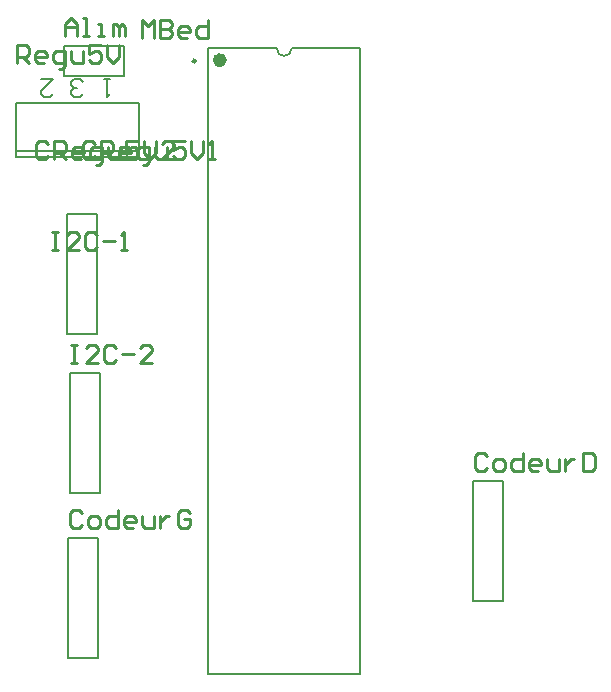
<source format=gto>
%FSAX24Y24*%
%MOIN*%
G70*
G01*
G75*
%ADD10R,0.0433X0.0551*%
%ADD11C,0.0315*%
%ADD12C,0.0100*%
%ADD13C,0.0669*%
%ADD14R,0.0669X0.0669*%
%ADD15R,0.0591X0.0591*%
%ADD16C,0.0591*%
%ADD17R,0.0591X0.0591*%
%ADD18C,0.0500*%
%ADD19C,0.0079*%
%ADD20C,0.0098*%
%ADD21C,0.0236*%
%ADD22C,0.0059*%
D12*
X021260Y033760D02*
Y034360D01*
X021560D01*
X021660Y034260D01*
Y034060D01*
X021560Y033960D01*
X021260D01*
X021460D02*
X021660Y033760D01*
X022160D02*
X021960D01*
X021860Y033860D01*
Y034060D01*
X021960Y034160D01*
X022160D01*
X022260Y034060D01*
Y033960D01*
X021860D01*
X022660Y033560D02*
X022760D01*
X022859Y033660D01*
Y034160D01*
X022560D01*
X022460Y034060D01*
Y033860D01*
X022560Y033760D01*
X022859D01*
X023059Y034160D02*
Y033860D01*
X023159Y033760D01*
X023459D01*
Y034160D01*
X024059Y034360D02*
X023659D01*
Y034060D01*
X023859Y034160D01*
X023959D01*
X024059Y034060D01*
Y033860D01*
X023959Y033760D01*
X023759D01*
X023659Y033860D01*
X024259Y034360D02*
Y033960D01*
X024459Y033760D01*
X024659Y033960D01*
Y034360D01*
X025415Y034575D02*
Y035175D01*
X025615Y034975D01*
X025815Y035175D01*
Y034575D01*
X026015Y035175D02*
Y034575D01*
X026315D01*
X026415Y034675D01*
Y034775D01*
X026315Y034875D01*
X026015D01*
X026315D01*
X026415Y034975D01*
Y035075D01*
X026315Y035175D01*
X026015D01*
X026915Y034575D02*
X026715D01*
X026615Y034675D01*
Y034875D01*
X026715Y034975D01*
X026915D01*
X027014Y034875D01*
Y034775D01*
X026615D01*
X027614Y035175D02*
Y034575D01*
X027314D01*
X027214Y034675D01*
Y034875D01*
X027314Y034975D01*
X027614D01*
X023060Y024340D02*
X023260D01*
X023160D01*
Y023740D01*
X023060D01*
X023260D01*
X023960D02*
X023560D01*
X023960Y024140D01*
Y024240D01*
X023860Y024340D01*
X023660D01*
X023560Y024240D01*
X024560D02*
X024460Y024340D01*
X024260D01*
X024160Y024240D01*
Y023840D01*
X024260Y023740D01*
X024460D01*
X024560Y023840D01*
X024759Y024040D02*
X025159D01*
X025759Y023740D02*
X025359D01*
X025759Y024140D01*
Y024240D01*
X025659Y024340D01*
X025459D01*
X025359Y024240D01*
X022400Y028100D02*
X022600D01*
X022500D01*
Y027500D01*
X022400D01*
X022600D01*
X023300D02*
X022900D01*
X023300Y027900D01*
Y028000D01*
X023200Y028100D01*
X023000D01*
X022900Y028000D01*
X023900D02*
X023800Y028100D01*
X023600D01*
X023500Y028000D01*
Y027600D01*
X023600Y027500D01*
X023800D01*
X023900Y027600D01*
X024099Y027800D02*
X024499D01*
X024699Y027500D02*
X024899D01*
X024799D01*
Y028100D01*
X024699Y028000D01*
X022280Y031030D02*
X022180Y031130D01*
X021980D01*
X021880Y031030D01*
Y030630D01*
X021980Y030530D01*
X022180D01*
X022280Y030630D01*
X022480Y030530D02*
Y031130D01*
X022780D01*
X022880Y031030D01*
Y030830D01*
X022780Y030730D01*
X022480D01*
X022680D02*
X022880Y030530D01*
X023380D02*
X023180D01*
X023080Y030630D01*
Y030830D01*
X023180Y030930D01*
X023380D01*
X023479Y030830D01*
Y030730D01*
X023080D01*
X023879Y030330D02*
X023979D01*
X024079Y030430D01*
Y030930D01*
X023779D01*
X023679Y030830D01*
Y030630D01*
X023779Y030530D01*
X024079D01*
X024279Y030930D02*
Y030630D01*
X024379Y030530D01*
X024679D01*
Y030930D01*
X025279Y031130D02*
X024879D01*
Y030830D01*
X025079Y030930D01*
X025179D01*
X025279Y030830D01*
Y030630D01*
X025179Y030530D01*
X024979D01*
X024879Y030630D01*
X025479Y031130D02*
Y030730D01*
X025679Y030530D01*
X025879Y030730D01*
Y031130D01*
X026479Y030530D02*
X026079D01*
X026479Y030930D01*
Y031030D01*
X026379Y031130D01*
X026179D01*
X026079Y031030D01*
X023830D02*
X023730Y031130D01*
X023530D01*
X023430Y031030D01*
Y030630D01*
X023530Y030530D01*
X023730D01*
X023830Y030630D01*
X024030Y030530D02*
Y031130D01*
X024330D01*
X024430Y031030D01*
Y030830D01*
X024330Y030730D01*
X024030D01*
X024230D02*
X024430Y030530D01*
X024930D02*
X024730D01*
X024630Y030630D01*
Y030830D01*
X024730Y030930D01*
X024930D01*
X025029Y030830D01*
Y030730D01*
X024630D01*
X025429Y030330D02*
X025529D01*
X025629Y030430D01*
Y030930D01*
X025329D01*
X025229Y030830D01*
Y030630D01*
X025329Y030530D01*
X025629D01*
X025829Y030930D02*
Y030630D01*
X025929Y030530D01*
X026229D01*
Y030930D01*
X026829Y031130D02*
X026429D01*
Y030830D01*
X026629Y030930D01*
X026729D01*
X026829Y030830D01*
Y030630D01*
X026729Y030530D01*
X026529D01*
X026429Y030630D01*
X027029Y031130D02*
Y030730D01*
X027229Y030530D01*
X027429Y030730D01*
Y031130D01*
X027629Y030530D02*
X027829D01*
X027729D01*
Y031130D01*
X027629Y031030D01*
X023410Y018740D02*
X023310Y018840D01*
X023110D01*
X023010Y018740D01*
Y018340D01*
X023110Y018240D01*
X023310D01*
X023410Y018340D01*
X023710Y018240D02*
X023910D01*
X024010Y018340D01*
Y018540D01*
X023910Y018640D01*
X023710D01*
X023610Y018540D01*
Y018340D01*
X023710Y018240D01*
X024609Y018840D02*
Y018240D01*
X024310D01*
X024210Y018340D01*
Y018540D01*
X024310Y018640D01*
X024609D01*
X025109Y018240D02*
X024909D01*
X024809Y018340D01*
Y018540D01*
X024909Y018640D01*
X025109D01*
X025209Y018540D01*
Y018440D01*
X024809D01*
X025409Y018640D02*
Y018340D01*
X025509Y018240D01*
X025809D01*
Y018640D01*
X026009D02*
Y018240D01*
Y018440D01*
X026109Y018540D01*
X026209Y018640D01*
X026309D01*
X027009Y018740D02*
X026909Y018840D01*
X026709D01*
X026609Y018740D01*
Y018340D01*
X026709Y018240D01*
X026909D01*
X027009Y018340D01*
Y018540D01*
X026809D01*
X036915Y020635D02*
X036815Y020735D01*
X036615D01*
X036515Y020635D01*
Y020235D01*
X036615Y020135D01*
X036815D01*
X036915Y020235D01*
X037215Y020135D02*
X037415D01*
X037515Y020235D01*
Y020435D01*
X037415Y020535D01*
X037215D01*
X037115Y020435D01*
Y020235D01*
X037215Y020135D01*
X038114Y020735D02*
Y020135D01*
X037815D01*
X037715Y020235D01*
Y020435D01*
X037815Y020535D01*
X038114D01*
X038614Y020135D02*
X038414D01*
X038314Y020235D01*
Y020435D01*
X038414Y020535D01*
X038614D01*
X038714Y020435D01*
Y020335D01*
X038314D01*
X038914Y020535D02*
Y020235D01*
X039014Y020135D01*
X039314D01*
Y020535D01*
X039514D02*
Y020135D01*
Y020335D01*
X039614Y020435D01*
X039714Y020535D01*
X039814D01*
X040114Y020735D02*
Y020135D01*
X040414D01*
X040514Y020235D01*
Y020635D01*
X040414Y020735D01*
X040114D01*
X022860Y034640D02*
Y035040D01*
X023060Y035240D01*
X023260Y035040D01*
Y034640D01*
Y034940D01*
X022860D01*
X023460Y034640D02*
X023660D01*
X023560D01*
Y035240D01*
X023460D01*
X023960Y034640D02*
X024160D01*
X024060D01*
Y035040D01*
X023960D01*
X024459Y034640D02*
Y035040D01*
X024559D01*
X024659Y034940D01*
Y034640D01*
Y034940D01*
X024759Y035040D01*
X024859Y034940D01*
Y034640D01*
D19*
X029900Y034233D02*
G03*
X030400Y034233I000250J000000D01*
G01*
X021203Y030805D02*
X025297D01*
X025297Y030608D02*
Y032419D01*
X021203D02*
X025297D01*
X021203Y030608D02*
Y032419D01*
Y030608D02*
X025297D01*
X024800Y033300D02*
Y034300D01*
X022800Y033300D02*
X024800D01*
X022800D02*
Y034300D01*
X024800D01*
X022950Y017900D02*
X023950D01*
Y013900D02*
Y017900D01*
X022950Y013900D02*
Y017900D01*
Y013900D02*
X023950D01*
X027611Y013367D02*
Y034233D01*
X032689Y013367D02*
Y034233D01*
X027611D02*
X029900D01*
X030400D02*
X032689D01*
X027611Y013367D02*
X032689D01*
X036450Y015800D02*
X037450D01*
X036450D02*
Y019800D01*
X037450Y015800D02*
Y019800D01*
X036450D02*
X037450D01*
X023000Y023400D02*
X024000D01*
Y019400D02*
Y023400D01*
X023000Y019400D02*
Y023400D01*
Y019400D02*
X024000D01*
X022900Y028700D02*
X023900D01*
Y024700D02*
Y028700D01*
X022900Y024700D02*
Y028700D01*
Y024700D02*
X023900D01*
D20*
X027199Y033812D02*
G03*
X027199Y033812I-000049J000000D01*
G01*
D21*
X028122Y033839D02*
G03*
X028122Y033839I-000118J000000D01*
G01*
D22*
X024348Y033197D02*
X024152D01*
X024250D01*
Y032606D01*
X024348Y032705D01*
X022053Y033197D02*
X022447D01*
X022053Y032803D01*
Y032705D01*
X022152Y032606D01*
X022348D01*
X022447Y032705D01*
X023447D02*
X023348Y032606D01*
X023152D01*
X023053Y032705D01*
Y032803D01*
X023152Y032902D01*
X023250D01*
X023152D01*
X023053Y033000D01*
Y033098D01*
X023152Y033197D01*
X023348D01*
X023447Y033098D01*
M02*

</source>
